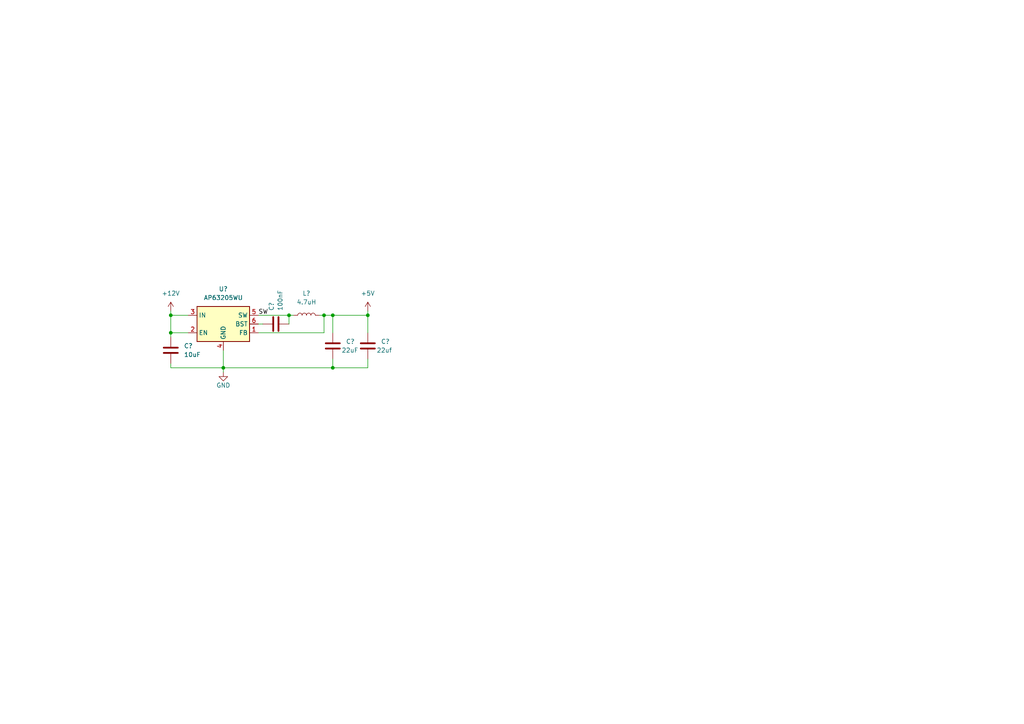
<source format=kicad_sch>
(kicad_sch (version 20211123) (generator eeschema)

  (uuid 6e8c72a6-cae7-40af-9d85-639b5d9cdb36)

  (paper "A4")

  (lib_symbols
    (symbol "Device:C" (pin_numbers hide) (pin_names (offset 0.254)) (in_bom yes) (on_board yes)
      (property "Reference" "C" (id 0) (at 0.635 2.54 0)
        (effects (font (size 1.27 1.27)) (justify left))
      )
      (property "Value" "C" (id 1) (at 0.635 -2.54 0)
        (effects (font (size 1.27 1.27)) (justify left))
      )
      (property "Footprint" "" (id 2) (at 0.9652 -3.81 0)
        (effects (font (size 1.27 1.27)) hide)
      )
      (property "Datasheet" "~" (id 3) (at 0 0 0)
        (effects (font (size 1.27 1.27)) hide)
      )
      (property "ki_keywords" "cap capacitor" (id 4) (at 0 0 0)
        (effects (font (size 1.27 1.27)) hide)
      )
      (property "ki_description" "Unpolarized capacitor" (id 5) (at 0 0 0)
        (effects (font (size 1.27 1.27)) hide)
      )
      (property "ki_fp_filters" "C_*" (id 6) (at 0 0 0)
        (effects (font (size 1.27 1.27)) hide)
      )
      (symbol "C_0_1"
        (polyline
          (pts
            (xy -2.032 -0.762)
            (xy 2.032 -0.762)
          )
          (stroke (width 0.508) (type default) (color 0 0 0 0))
          (fill (type none))
        )
        (polyline
          (pts
            (xy -2.032 0.762)
            (xy 2.032 0.762)
          )
          (stroke (width 0.508) (type default) (color 0 0 0 0))
          (fill (type none))
        )
      )
      (symbol "C_1_1"
        (pin passive line (at 0 3.81 270) (length 2.794)
          (name "~" (effects (font (size 1.27 1.27))))
          (number "1" (effects (font (size 1.27 1.27))))
        )
        (pin passive line (at 0 -3.81 90) (length 2.794)
          (name "~" (effects (font (size 1.27 1.27))))
          (number "2" (effects (font (size 1.27 1.27))))
        )
      )
    )
    (symbol "Device:L" (pin_numbers hide) (pin_names (offset 1.016) hide) (in_bom yes) (on_board yes)
      (property "Reference" "L" (id 0) (at -1.27 0 90)
        (effects (font (size 1.27 1.27)))
      )
      (property "Value" "L" (id 1) (at 1.905 0 90)
        (effects (font (size 1.27 1.27)))
      )
      (property "Footprint" "" (id 2) (at 0 0 0)
        (effects (font (size 1.27 1.27)) hide)
      )
      (property "Datasheet" "~" (id 3) (at 0 0 0)
        (effects (font (size 1.27 1.27)) hide)
      )
      (property "ki_keywords" "inductor choke coil reactor magnetic" (id 4) (at 0 0 0)
        (effects (font (size 1.27 1.27)) hide)
      )
      (property "ki_description" "Inductor" (id 5) (at 0 0 0)
        (effects (font (size 1.27 1.27)) hide)
      )
      (property "ki_fp_filters" "Choke_* *Coil* Inductor_* L_*" (id 6) (at 0 0 0)
        (effects (font (size 1.27 1.27)) hide)
      )
      (symbol "L_0_1"
        (arc (start 0 -2.54) (mid 0.635 -1.905) (end 0 -1.27)
          (stroke (width 0) (type default) (color 0 0 0 0))
          (fill (type none))
        )
        (arc (start 0 -1.27) (mid 0.635 -0.635) (end 0 0)
          (stroke (width 0) (type default) (color 0 0 0 0))
          (fill (type none))
        )
        (arc (start 0 0) (mid 0.635 0.635) (end 0 1.27)
          (stroke (width 0) (type default) (color 0 0 0 0))
          (fill (type none))
        )
        (arc (start 0 1.27) (mid 0.635 1.905) (end 0 2.54)
          (stroke (width 0) (type default) (color 0 0 0 0))
          (fill (type none))
        )
      )
      (symbol "L_1_1"
        (pin passive line (at 0 3.81 270) (length 1.27)
          (name "1" (effects (font (size 1.27 1.27))))
          (number "1" (effects (font (size 1.27 1.27))))
        )
        (pin passive line (at 0 -3.81 90) (length 1.27)
          (name "2" (effects (font (size 1.27 1.27))))
          (number "2" (effects (font (size 1.27 1.27))))
        )
      )
    )
    (symbol "Regulator_Switching:AP63205WU" (in_bom yes) (on_board yes)
      (property "Reference" "U" (id 0) (at -7.62 6.35 0)
        (effects (font (size 1.27 1.27)))
      )
      (property "Value" "AP63205WU" (id 1) (at 2.54 6.35 0)
        (effects (font (size 1.27 1.27)))
      )
      (property "Footprint" "Package_TO_SOT_SMD:TSOT-23-6" (id 2) (at 0 -22.86 0)
        (effects (font (size 1.27 1.27)) hide)
      )
      (property "Datasheet" "https://www.diodes.com/assets/Datasheets/AP63200-AP63201-AP63203-AP63205.pdf" (id 3) (at 0 0 0)
        (effects (font (size 1.27 1.27)) hide)
      )
      (property "ki_keywords" "2A Buck DC/DC" (id 4) (at 0 0 0)
        (effects (font (size 1.27 1.27)) hide)
      )
      (property "ki_description" "2A, 1.1MHz Buck DC/DC Converter, fixed 5.0V output voltage, TSOT-23-6" (id 5) (at 0 0 0)
        (effects (font (size 1.27 1.27)) hide)
      )
      (property "ki_fp_filters" "TSOT?23*" (id 6) (at 0 0 0)
        (effects (font (size 1.27 1.27)) hide)
      )
      (symbol "AP63205WU_0_1"
        (rectangle (start -7.62 5.08) (end 7.62 -5.08)
          (stroke (width 0.254) (type default) (color 0 0 0 0))
          (fill (type background))
        )
      )
      (symbol "AP63205WU_1_1"
        (pin input line (at 10.16 -2.54 180) (length 2.54)
          (name "FB" (effects (font (size 1.27 1.27))))
          (number "1" (effects (font (size 1.27 1.27))))
        )
        (pin input line (at -10.16 -2.54 0) (length 2.54)
          (name "EN" (effects (font (size 1.27 1.27))))
          (number "2" (effects (font (size 1.27 1.27))))
        )
        (pin power_in line (at -10.16 2.54 0) (length 2.54)
          (name "IN" (effects (font (size 1.27 1.27))))
          (number "3" (effects (font (size 1.27 1.27))))
        )
        (pin power_in line (at 0 -7.62 90) (length 2.54)
          (name "GND" (effects (font (size 1.27 1.27))))
          (number "4" (effects (font (size 1.27 1.27))))
        )
        (pin output line (at 10.16 2.54 180) (length 2.54)
          (name "SW" (effects (font (size 1.27 1.27))))
          (number "5" (effects (font (size 1.27 1.27))))
        )
        (pin passive line (at 10.16 0 180) (length 2.54)
          (name "BST" (effects (font (size 1.27 1.27))))
          (number "6" (effects (font (size 1.27 1.27))))
        )
      )
    )
    (symbol "power:+12V" (power) (pin_names (offset 0)) (in_bom yes) (on_board yes)
      (property "Reference" "#PWR" (id 0) (at 0 -3.81 0)
        (effects (font (size 1.27 1.27)) hide)
      )
      (property "Value" "+12V" (id 1) (at 0 3.556 0)
        (effects (font (size 1.27 1.27)))
      )
      (property "Footprint" "" (id 2) (at 0 0 0)
        (effects (font (size 1.27 1.27)) hide)
      )
      (property "Datasheet" "" (id 3) (at 0 0 0)
        (effects (font (size 1.27 1.27)) hide)
      )
      (property "ki_keywords" "power-flag" (id 4) (at 0 0 0)
        (effects (font (size 1.27 1.27)) hide)
      )
      (property "ki_description" "Power symbol creates a global label with name \"+12V\"" (id 5) (at 0 0 0)
        (effects (font (size 1.27 1.27)) hide)
      )
      (symbol "+12V_0_1"
        (polyline
          (pts
            (xy -0.762 1.27)
            (xy 0 2.54)
          )
          (stroke (width 0) (type default) (color 0 0 0 0))
          (fill (type none))
        )
        (polyline
          (pts
            (xy 0 0)
            (xy 0 2.54)
          )
          (stroke (width 0) (type default) (color 0 0 0 0))
          (fill (type none))
        )
        (polyline
          (pts
            (xy 0 2.54)
            (xy 0.762 1.27)
          )
          (stroke (width 0) (type default) (color 0 0 0 0))
          (fill (type none))
        )
      )
      (symbol "+12V_1_1"
        (pin power_in line (at 0 0 90) (length 0) hide
          (name "+12V" (effects (font (size 1.27 1.27))))
          (number "1" (effects (font (size 1.27 1.27))))
        )
      )
    )
    (symbol "power:+5V" (power) (pin_names (offset 0)) (in_bom yes) (on_board yes)
      (property "Reference" "#PWR" (id 0) (at 0 -3.81 0)
        (effects (font (size 1.27 1.27)) hide)
      )
      (property "Value" "+5V" (id 1) (at 0 3.556 0)
        (effects (font (size 1.27 1.27)))
      )
      (property "Footprint" "" (id 2) (at 0 0 0)
        (effects (font (size 1.27 1.27)) hide)
      )
      (property "Datasheet" "" (id 3) (at 0 0 0)
        (effects (font (size 1.27 1.27)) hide)
      )
      (property "ki_keywords" "power-flag" (id 4) (at 0 0 0)
        (effects (font (size 1.27 1.27)) hide)
      )
      (property "ki_description" "Power symbol creates a global label with name \"+5V\"" (id 5) (at 0 0 0)
        (effects (font (size 1.27 1.27)) hide)
      )
      (symbol "+5V_0_1"
        (polyline
          (pts
            (xy -0.762 1.27)
            (xy 0 2.54)
          )
          (stroke (width 0) (type default) (color 0 0 0 0))
          (fill (type none))
        )
        (polyline
          (pts
            (xy 0 0)
            (xy 0 2.54)
          )
          (stroke (width 0) (type default) (color 0 0 0 0))
          (fill (type none))
        )
        (polyline
          (pts
            (xy 0 2.54)
            (xy 0.762 1.27)
          )
          (stroke (width 0) (type default) (color 0 0 0 0))
          (fill (type none))
        )
      )
      (symbol "+5V_1_1"
        (pin power_in line (at 0 0 90) (length 0) hide
          (name "+5V" (effects (font (size 1.27 1.27))))
          (number "1" (effects (font (size 1.27 1.27))))
        )
      )
    )
    (symbol "power:GND" (power) (pin_names (offset 0)) (in_bom yes) (on_board yes)
      (property "Reference" "#PWR" (id 0) (at 0 -6.35 0)
        (effects (font (size 1.27 1.27)) hide)
      )
      (property "Value" "GND" (id 1) (at 0 -3.81 0)
        (effects (font (size 1.27 1.27)))
      )
      (property "Footprint" "" (id 2) (at 0 0 0)
        (effects (font (size 1.27 1.27)) hide)
      )
      (property "Datasheet" "" (id 3) (at 0 0 0)
        (effects (font (size 1.27 1.27)) hide)
      )
      (property "ki_keywords" "power-flag" (id 4) (at 0 0 0)
        (effects (font (size 1.27 1.27)) hide)
      )
      (property "ki_description" "Power symbol creates a global label with name \"GND\" , ground" (id 5) (at 0 0 0)
        (effects (font (size 1.27 1.27)) hide)
      )
      (symbol "GND_0_1"
        (polyline
          (pts
            (xy 0 0)
            (xy 0 -1.27)
            (xy 1.27 -1.27)
            (xy 0 -2.54)
            (xy -1.27 -1.27)
            (xy 0 -1.27)
          )
          (stroke (width 0) (type default) (color 0 0 0 0))
          (fill (type none))
        )
      )
      (symbol "GND_1_1"
        (pin power_in line (at 0 0 270) (length 0) hide
          (name "GND" (effects (font (size 1.27 1.27))))
          (number "1" (effects (font (size 1.27 1.27))))
        )
      )
    )
  )

  (junction (at 96.52 106.68) (diameter 0) (color 0 0 0 0)
    (uuid 2a662c9c-9462-4fa7-93e6-3d05a7780b9c)
  )
  (junction (at 49.53 91.44) (diameter 0) (color 0 0 0 0)
    (uuid 3d0a471c-b45d-411a-88a0-f1d4b4f0e38f)
  )
  (junction (at 83.82 91.44) (diameter 0) (color 0 0 0 0)
    (uuid 4ad0ebad-9448-4677-be1c-fa4636d52a29)
  )
  (junction (at 93.98 91.44) (diameter 0) (color 0 0 0 0)
    (uuid 4f8d941f-f432-48de-998c-ddfc8ffa1c49)
  )
  (junction (at 49.53 96.52) (diameter 0) (color 0 0 0 0)
    (uuid 762c4dfb-1626-4981-9905-8adbcafb21b7)
  )
  (junction (at 64.77 106.68) (diameter 0) (color 0 0 0 0)
    (uuid 792f6620-2a31-481b-ad29-e6c55e3ed5fb)
  )
  (junction (at 96.52 91.44) (diameter 0) (color 0 0 0 0)
    (uuid a3a93ddc-c045-4e0e-9309-714aef224c32)
  )
  (junction (at 106.68 91.44) (diameter 0) (color 0 0 0 0)
    (uuid c66bbca1-6d9a-43d1-bdf8-887a138043c7)
  )

  (wire (pts (xy 83.82 93.98) (xy 83.82 91.44))
    (stroke (width 0) (type default) (color 0 0 0 0))
    (uuid 033e5ef6-b9ab-4f2a-87d3-23e76a3e4e72)
  )
  (wire (pts (xy 49.53 105.41) (xy 49.53 106.68))
    (stroke (width 0) (type default) (color 0 0 0 0))
    (uuid 03a9283a-326f-4cfc-b42c-9c5335eeadae)
  )
  (wire (pts (xy 74.93 91.44) (xy 83.82 91.44))
    (stroke (width 0) (type default) (color 0 0 0 0))
    (uuid 16039efe-81fd-4257-aafa-2e2264da62c2)
  )
  (wire (pts (xy 92.71 91.44) (xy 93.98 91.44))
    (stroke (width 0) (type default) (color 0 0 0 0))
    (uuid 1fbcbe80-b935-4bcf-b877-598340b2756d)
  )
  (wire (pts (xy 106.68 90.17) (xy 106.68 91.44))
    (stroke (width 0) (type default) (color 0 0 0 0))
    (uuid 3824f007-cf8b-4e62-9d01-48578550dee1)
  )
  (wire (pts (xy 49.53 106.68) (xy 64.77 106.68))
    (stroke (width 0) (type default) (color 0 0 0 0))
    (uuid 3db1a026-ca25-4c09-99a9-0158ed6ca86a)
  )
  (wire (pts (xy 49.53 91.44) (xy 54.61 91.44))
    (stroke (width 0) (type default) (color 0 0 0 0))
    (uuid 41656f74-4b3f-4927-84a4-511671436b46)
  )
  (wire (pts (xy 49.53 96.52) (xy 49.53 97.79))
    (stroke (width 0) (type default) (color 0 0 0 0))
    (uuid 44e19d94-05f9-4c1b-877f-2077db752062)
  )
  (wire (pts (xy 83.82 91.44) (xy 85.09 91.44))
    (stroke (width 0) (type default) (color 0 0 0 0))
    (uuid 45e4cdb4-2e27-496d-953c-91e502e7a31d)
  )
  (wire (pts (xy 64.77 101.6) (xy 64.77 106.68))
    (stroke (width 0) (type default) (color 0 0 0 0))
    (uuid 584fae6b-aafb-4241-a0f1-0d663609975a)
  )
  (wire (pts (xy 106.68 104.14) (xy 106.68 106.68))
    (stroke (width 0) (type default) (color 0 0 0 0))
    (uuid 5cd3dacb-e030-49e2-ad96-30b8ab2047a9)
  )
  (wire (pts (xy 49.53 96.52) (xy 49.53 91.44))
    (stroke (width 0) (type default) (color 0 0 0 0))
    (uuid 65e97ec0-ecfc-48eb-bbc7-13c0acfab09f)
  )
  (wire (pts (xy 96.52 106.68) (xy 106.68 106.68))
    (stroke (width 0) (type default) (color 0 0 0 0))
    (uuid 70245c78-4022-449c-82a8-24b1675c6882)
  )
  (wire (pts (xy 96.52 104.14) (xy 96.52 106.68))
    (stroke (width 0) (type default) (color 0 0 0 0))
    (uuid 726ff543-f47c-427d-945e-d7a655ce650c)
  )
  (wire (pts (xy 93.98 96.52) (xy 93.98 91.44))
    (stroke (width 0) (type default) (color 0 0 0 0))
    (uuid 79128bf0-6f80-4a34-bbbc-db13486201ac)
  )
  (wire (pts (xy 106.68 91.44) (xy 96.52 91.44))
    (stroke (width 0) (type default) (color 0 0 0 0))
    (uuid 8891e481-85b5-48e2-a89b-bd39b94b6573)
  )
  (wire (pts (xy 96.52 96.52) (xy 96.52 91.44))
    (stroke (width 0) (type default) (color 0 0 0 0))
    (uuid 915b2d50-fa79-4c45-b87c-57eb98401a6d)
  )
  (wire (pts (xy 49.53 90.17) (xy 49.53 91.44))
    (stroke (width 0) (type default) (color 0 0 0 0))
    (uuid 9b115854-c16f-435b-bd6d-044c95868ad8)
  )
  (wire (pts (xy 64.77 106.68) (xy 64.77 107.95))
    (stroke (width 0) (type default) (color 0 0 0 0))
    (uuid b204ba61-fb99-4127-af98-5a59f976e4ac)
  )
  (wire (pts (xy 93.98 91.44) (xy 96.52 91.44))
    (stroke (width 0) (type default) (color 0 0 0 0))
    (uuid bc2c6783-16fc-4fac-900f-7f03d318ccc2)
  )
  (wire (pts (xy 64.77 106.68) (xy 96.52 106.68))
    (stroke (width 0) (type default) (color 0 0 0 0))
    (uuid c1274bc3-b8a0-4f52-b7e6-1531f2ccb6cf)
  )
  (wire (pts (xy 106.68 96.52) (xy 106.68 91.44))
    (stroke (width 0) (type default) (color 0 0 0 0))
    (uuid ce51d63e-9034-4d69-9ce2-18f90a06e8d0)
  )
  (wire (pts (xy 54.61 96.52) (xy 49.53 96.52))
    (stroke (width 0) (type default) (color 0 0 0 0))
    (uuid ce6be746-f67b-4e93-a301-48aa2e8f3f6d)
  )
  (wire (pts (xy 74.93 96.52) (xy 93.98 96.52))
    (stroke (width 0) (type default) (color 0 0 0 0))
    (uuid f813cba0-2c53-40cd-a564-77728394a1e4)
  )
  (wire (pts (xy 74.93 93.98) (xy 76.2 93.98))
    (stroke (width 0) (type default) (color 0 0 0 0))
    (uuid fd896ba9-6a77-45fe-931a-cc1de311b0e0)
  )

  (label "SW" (at 74.93 91.44 0)
    (effects (font (size 1.27 1.27)) (justify left bottom))
    (uuid 91e7da3d-04b0-49d7-84e2-c9329f6c3769)
  )

  (symbol (lib_id "Device:C") (at 106.68 100.33 0) (unit 1)
    (in_bom yes) (on_board yes)
    (uuid 2d1ae627-9443-4ee2-b54b-7571b87f6bc7)
    (property "Reference" "C?" (id 0) (at 110.49 99.0599 0)
      (effects (font (size 1.27 1.27)) (justify left))
    )
    (property "Value" "22uf" (id 1) (at 109.22 101.6 0)
      (effects (font (size 1.27 1.27)) (justify left))
    )
    (property "Footprint" "Capacitor_SMD:C_0805_2012Metric" (id 2) (at 107.6452 104.14 0)
      (effects (font (size 1.27 1.27)) hide)
    )
    (property "Datasheet" "~" (id 3) (at 106.68 100.33 0)
      (effects (font (size 1.27 1.27)) hide)
    )
    (pin "1" (uuid cad91013-c150-4441-b52d-7f66687dd421))
    (pin "2" (uuid c2d15eae-f679-4089-9148-4fb7438df8be))
  )

  (symbol (lib_id "Device:C") (at 80.01 93.98 270) (unit 1)
    (in_bom yes) (on_board yes)
    (uuid 2e128347-df17-4bca-b2b3-f4ef57cb8021)
    (property "Reference" "C?" (id 0) (at 78.74 90.17 0)
      (effects (font (size 1.27 1.27)) (justify right))
    )
    (property "Value" "100nF" (id 1) (at 81.28 90.17 0)
      (effects (font (size 1.27 1.27)) (justify right))
    )
    (property "Footprint" "Capacitor_SMD:C_0201_0603Metric" (id 2) (at 76.2 94.9452 0)
      (effects (font (size 1.27 1.27)) hide)
    )
    (property "Datasheet" "~" (id 3) (at 80.01 93.98 0)
      (effects (font (size 1.27 1.27)) hide)
    )
    (pin "1" (uuid 17178684-3c18-4591-87f7-5ed10abd4be1))
    (pin "2" (uuid f85fb0e9-c3c4-4918-a212-ebec7330b143))
  )

  (symbol (lib_id "power:+12V") (at 49.53 90.17 0) (unit 1)
    (in_bom yes) (on_board yes) (fields_autoplaced)
    (uuid 33ff0058-1ba4-4203-ba11-ef634e7cad89)
    (property "Reference" "#PWR?" (id 0) (at 49.53 93.98 0)
      (effects (font (size 1.27 1.27)) hide)
    )
    (property "Value" "+12V" (id 1) (at 49.53 85.09 0))
    (property "Footprint" "" (id 2) (at 49.53 90.17 0)
      (effects (font (size 1.27 1.27)) hide)
    )
    (property "Datasheet" "" (id 3) (at 49.53 90.17 0)
      (effects (font (size 1.27 1.27)) hide)
    )
    (pin "1" (uuid d8bba445-f7d4-4869-b203-ae3a4b235dc3))
  )

  (symbol (lib_id "power:GND") (at 64.77 107.95 0) (unit 1)
    (in_bom yes) (on_board yes)
    (uuid 413c8bd2-0eec-4b7e-82cd-6d12df1b0603)
    (property "Reference" "#PWR?" (id 0) (at 64.77 114.3 0)
      (effects (font (size 1.27 1.27)) hide)
    )
    (property "Value" "GND" (id 1) (at 64.77 111.76 0))
    (property "Footprint" "" (id 2) (at 64.77 107.95 0)
      (effects (font (size 1.27 1.27)) hide)
    )
    (property "Datasheet" "" (id 3) (at 64.77 107.95 0)
      (effects (font (size 1.27 1.27)) hide)
    )
    (pin "1" (uuid 48f313f8-ff64-4356-a234-1d63b31e3625))
  )

  (symbol (lib_id "Device:L") (at 88.9 91.44 90) (unit 1)
    (in_bom yes) (on_board yes) (fields_autoplaced)
    (uuid 468cb963-ab09-4844-9bbb-9cb3f6cccb5e)
    (property "Reference" "L?" (id 0) (at 88.9 85.09 90))
    (property "Value" "4.7uH" (id 1) (at 88.9 87.63 90))
    (property "Footprint" "Inductor_SMD:L_Bourns_SRN6045TA" (id 2) (at 88.9 91.44 0)
      (effects (font (size 1.27 1.27)) hide)
    )
    (property "Datasheet" "~" (id 3) (at 88.9 91.44 0)
      (effects (font (size 1.27 1.27)) hide)
    )
    (pin "1" (uuid 4a64080f-1c8e-4452-8665-1cb05b00e4f5))
    (pin "2" (uuid 760e6ce4-0c56-4475-8d9c-4f13cb83fc4a))
  )

  (symbol (lib_id "power:+5V") (at 106.68 90.17 0) (unit 1)
    (in_bom yes) (on_board yes) (fields_autoplaced)
    (uuid 6dc17e01-d6a5-4643-887e-badfffe095de)
    (property "Reference" "#PWR?" (id 0) (at 106.68 93.98 0)
      (effects (font (size 1.27 1.27)) hide)
    )
    (property "Value" "+5V" (id 1) (at 106.68 85.09 0))
    (property "Footprint" "" (id 2) (at 106.68 90.17 0)
      (effects (font (size 1.27 1.27)) hide)
    )
    (property "Datasheet" "" (id 3) (at 106.68 90.17 0)
      (effects (font (size 1.27 1.27)) hide)
    )
    (pin "1" (uuid 727ddfa9-b5a7-4cb2-8f4b-b26242e17793))
  )

  (symbol (lib_id "Device:C") (at 49.53 101.6 0) (unit 1)
    (in_bom yes) (on_board yes) (fields_autoplaced)
    (uuid 9b0d24f7-394a-4403-ba2a-f7b4c78026b4)
    (property "Reference" "C?" (id 0) (at 53.34 100.3299 0)
      (effects (font (size 1.27 1.27)) (justify left))
    )
    (property "Value" "10uF" (id 1) (at 53.34 102.8699 0)
      (effects (font (size 1.27 1.27)) (justify left))
    )
    (property "Footprint" "Capacitor_SMD:C_0805_2012Metric" (id 2) (at 50.4952 105.41 0)
      (effects (font (size 1.27 1.27)) hide)
    )
    (property "Datasheet" "~" (id 3) (at 49.53 101.6 0)
      (effects (font (size 1.27 1.27)) hide)
    )
    (pin "1" (uuid 7bfb4284-e816-48f8-91ec-b94102aef36d))
    (pin "2" (uuid d6c29608-9b68-4dc4-a07d-9e9195cb4539))
  )

  (symbol (lib_id "Device:C") (at 96.52 100.33 0) (unit 1)
    (in_bom yes) (on_board yes)
    (uuid 9d99352e-8f9d-4231-8734-aaca321b61f3)
    (property "Reference" "C?" (id 0) (at 100.33 99.0599 0)
      (effects (font (size 1.27 1.27)) (justify left))
    )
    (property "Value" "22uF" (id 1) (at 99.06 101.6 0)
      (effects (font (size 1.27 1.27)) (justify left))
    )
    (property "Footprint" "Capacitor_SMD:C_0805_2012Metric" (id 2) (at 97.4852 104.14 0)
      (effects (font (size 1.27 1.27)) hide)
    )
    (property "Datasheet" "~" (id 3) (at 96.52 100.33 0)
      (effects (font (size 1.27 1.27)) hide)
    )
    (pin "1" (uuid 3466fa95-343c-41f5-83dc-0789e4297901))
    (pin "2" (uuid 080b31eb-1f4b-4eaa-a8b2-6d5f35adfaa7))
  )

  (symbol (lib_id "Regulator_Switching:AP63205WU") (at 64.77 93.98 0) (unit 1)
    (in_bom yes) (on_board yes) (fields_autoplaced)
    (uuid ac92780a-8587-46a0-9fd1-c8a10fc29177)
    (property "Reference" "U?" (id 0) (at 64.77 83.82 0))
    (property "Value" "AP63205WU" (id 1) (at 64.77 86.36 0))
    (property "Footprint" "Package_TO_SOT_SMD:TSOT-23-6" (id 2) (at 64.77 116.84 0)
      (effects (font (size 1.27 1.27)) hide)
    )
    (property "Datasheet" "https://www.diodes.com/assets/Datasheets/AP63200-AP63201-AP63203-AP63205.pdf" (id 3) (at 64.77 93.98 0)
      (effects (font (size 1.27 1.27)) hide)
    )
    (pin "1" (uuid e7f132c2-6069-4e54-81a9-b433318b4b5a))
    (pin "2" (uuid 5612628b-3b61-426c-91d7-94ed27dd5d54))
    (pin "3" (uuid a2077107-9edb-40ee-a3ac-33b9cdc7dd30))
    (pin "4" (uuid 098c5b75-8b49-4a43-98b1-4b245e31bc98))
    (pin "5" (uuid 9f411d82-67c0-45ef-aca5-c101015dfe16))
    (pin "6" (uuid caebad82-5117-4185-9626-3186d6f998be))
  )
)

</source>
